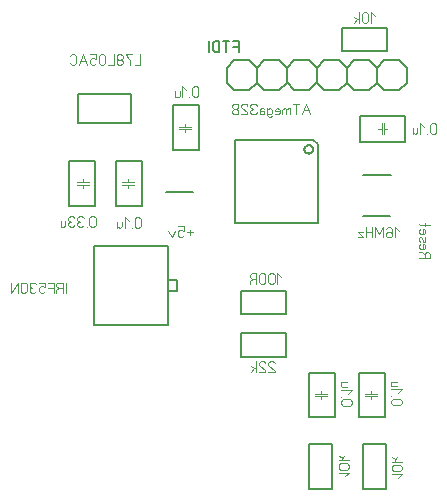
<source format=gbr>
%FSLAX34Y34*%
%MOMM*%
%LNSILK_BOTTOM*%
G71*
G01*
%ADD10C,0.111*%
%ADD11C,0.150*%
%ADD12C,0.200*%
%ADD13C,0.100*%
%ADD14C,0.159*%
%LPD*%
G54D10*
X385650Y59467D02*
X388983Y62801D01*
X380094Y62801D01*
G54D10*
X387316Y70578D02*
X381760Y70578D01*
X380650Y69911D01*
X380094Y68578D01*
X380094Y67244D01*
X380650Y65911D01*
X381760Y65244D01*
X387316Y65244D01*
X388427Y65911D01*
X388983Y67244D01*
X388983Y68578D01*
X388427Y69911D01*
X387316Y70578D01*
G54D10*
X380094Y73021D02*
X388983Y73021D01*
G54D10*
X383427Y75021D02*
X380094Y77021D01*
G54D10*
X382316Y73021D02*
X385094Y77021D01*
G54D10*
X340802Y60656D02*
X344136Y63990D01*
X335246Y63990D01*
G54D10*
X342469Y71767D02*
X336913Y71767D01*
X335802Y71100D01*
X335246Y69767D01*
X335246Y68434D01*
X335802Y67100D01*
X336913Y66434D01*
X342469Y66434D01*
X343580Y67100D01*
X344136Y68434D01*
X344136Y69767D01*
X343580Y71100D01*
X342469Y71767D01*
G54D10*
X335246Y74210D02*
X344136Y74210D01*
G54D10*
X338580Y76210D02*
X335246Y78210D01*
G54D10*
X337469Y74210D02*
X340246Y78210D01*
G54D10*
X387035Y126294D02*
X381480Y126294D01*
X380368Y125627D01*
X379813Y124294D01*
X379813Y122960D01*
X380368Y121627D01*
X381480Y120960D01*
X387035Y120960D01*
X388146Y121627D01*
X388702Y122960D01*
X388702Y124294D01*
X388146Y125627D01*
X387035Y126294D01*
G54D10*
X379813Y128737D02*
X379813Y128737D01*
G54D10*
X385368Y131181D02*
X388702Y134514D01*
X379813Y134514D01*
G54D10*
X384813Y140958D02*
X379813Y140958D01*
G54D10*
X380924Y140958D02*
X380035Y140292D01*
X379813Y138958D01*
X380035Y137625D01*
X380924Y136958D01*
X384813Y136958D01*
G54D10*
X344572Y125896D02*
X339016Y125896D01*
X337906Y125230D01*
X337350Y123896D01*
X337350Y122563D01*
X337906Y121230D01*
X339016Y120563D01*
X344572Y120563D01*
X345683Y121230D01*
X346239Y122563D01*
X346239Y123896D01*
X345683Y125230D01*
X344572Y125896D01*
G54D10*
X337350Y128340D02*
X337350Y128340D01*
G54D10*
X342906Y130784D02*
X346239Y134117D01*
X337350Y134117D01*
G54D10*
X342350Y140561D02*
X337350Y140561D01*
G54D10*
X338461Y140561D02*
X337572Y139894D01*
X337350Y138561D01*
X337572Y137228D01*
X338461Y136561D01*
X342350Y136561D01*
G54D11*
X355702Y49906D02*
X375702Y49906D01*
X375702Y87906D01*
X355702Y87906D01*
X355702Y49906D01*
G54D11*
X310061Y50303D02*
X330061Y50303D01*
X330061Y88303D01*
X310061Y88303D01*
X310061Y50303D01*
G54D12*
X309855Y110628D02*
X331855Y110628D01*
X331855Y148628D01*
X309855Y148628D01*
X309855Y110628D01*
G54D13*
X320161Y125931D02*
X320161Y128772D01*
X325161Y128772D01*
X315161Y128772D01*
G54D13*
X325161Y130772D02*
X315161Y130772D01*
G54D13*
X320161Y130772D02*
X320161Y133216D01*
G54D12*
X352718Y110628D02*
X374718Y110628D01*
X374718Y148628D01*
X352718Y148628D01*
X352718Y110628D01*
G54D13*
X363024Y125931D02*
X363024Y128772D01*
X368024Y128772D01*
X358024Y128772D01*
G54D13*
X368024Y130772D02*
X358024Y130772D01*
G54D13*
X363024Y130772D02*
X363024Y133216D01*
G54D12*
X240479Y406563D02*
X240479Y393863D01*
X246830Y387513D01*
X259530Y387513D01*
X265880Y393863D01*
X272230Y387513D01*
X284930Y387513D01*
X291280Y393863D01*
X291280Y406563D01*
X284930Y412913D01*
X272230Y412913D01*
X265880Y406563D01*
X259530Y412913D01*
X246830Y412913D01*
X240479Y406563D01*
G54D12*
X265880Y393863D02*
X265880Y406563D01*
G54D12*
X291280Y406563D02*
X297630Y412913D01*
X310330Y412913D01*
X316680Y406563D01*
X323030Y412913D01*
X335730Y412913D01*
X342080Y406563D01*
X348430Y412913D01*
X361130Y412913D01*
X367480Y406563D01*
X373830Y412913D01*
X386530Y412913D01*
X392880Y406563D01*
X392880Y393863D01*
X386530Y387513D01*
X373830Y387513D01*
X367480Y393863D01*
X367480Y406563D01*
G54D12*
X367480Y393863D02*
X361130Y387513D01*
X348430Y387513D01*
X342080Y393863D01*
X342080Y406563D01*
G54D12*
X342080Y393863D02*
X335730Y387513D01*
X323030Y387513D01*
X316680Y393863D01*
X316680Y406563D01*
G54D12*
X316680Y394260D02*
X310330Y387910D01*
X297630Y387910D01*
X291280Y394260D01*
G54D12*
X247464Y345279D02*
X247464Y275175D01*
X317568Y275175D01*
X317568Y341723D01*
X314012Y345279D01*
X247464Y345279D01*
G54D12*
X309364Y334128D02*
X309948Y334078D01*
X310533Y334128D01*
X311117Y334281D01*
X311650Y334509D01*
X312158Y334840D01*
X312590Y335246D01*
X312946Y335703D01*
X313225Y336211D01*
X313428Y336770D01*
X313530Y337354D01*
X313530Y337964D01*
X313428Y338548D01*
X313225Y339107D01*
X312946Y339615D01*
X312590Y340072D01*
X312158Y340478D01*
X311650Y340809D01*
X311117Y341037D01*
X310533Y341190D01*
X309948Y341240D01*
X309364Y341190D01*
X308780Y341037D01*
X308247Y340809D01*
X307739Y340478D01*
X307307Y340072D01*
X306951Y339615D01*
X306672Y339107D01*
X306469Y338548D01*
X306367Y337964D01*
X306367Y337354D01*
X306469Y336770D01*
X306672Y336211D01*
X306951Y335703D01*
X307307Y335246D01*
X307739Y334840D01*
X308247Y334509D01*
X308780Y334281D01*
X309364Y334128D01*
G54D14*
X250594Y420061D02*
X250594Y428950D01*
X245927Y428950D01*
G54D14*
X250594Y424506D02*
X245927Y424506D01*
G54D14*
X240149Y420061D02*
X240149Y428950D01*
G54D14*
X242816Y428950D02*
X237482Y428950D01*
G54D14*
X234372Y420061D02*
X234372Y428950D01*
X231038Y428950D01*
X229705Y428395D01*
X229038Y427283D01*
X229038Y421728D01*
X229705Y420617D01*
X231038Y420061D01*
X234372Y420061D01*
G54D14*
X225928Y420061D02*
X225928Y428950D01*
G54D12*
X353572Y365512D02*
X353572Y343512D01*
X391572Y343512D01*
X391572Y365512D01*
X353572Y365512D01*
G54D13*
X368875Y355205D02*
X371716Y355205D01*
X371716Y350205D01*
X371716Y360205D01*
G54D13*
X373716Y350205D02*
X373716Y360205D01*
G54D13*
X373716Y355205D02*
X376160Y355205D01*
G54D10*
X311246Y367257D02*
X307913Y376146D01*
X304580Y367257D01*
G54D10*
X309913Y370590D02*
X305913Y370590D01*
G54D10*
X299469Y367257D02*
X299469Y376146D01*
G54D10*
X302136Y376146D02*
X296802Y376146D01*
G54D10*
X294358Y367257D02*
X294358Y372257D01*
G54D10*
X294358Y371368D02*
X293025Y372257D01*
X291692Y371924D01*
X291025Y371146D01*
X291025Y367257D01*
G54D10*
X291025Y371368D02*
X289692Y372257D01*
X288358Y371924D01*
X287692Y371146D01*
X287692Y367257D01*
G54D10*
X281248Y367813D02*
X282314Y367257D01*
X283648Y367257D01*
X284981Y367813D01*
X285248Y368924D01*
X285248Y370813D01*
X284581Y371924D01*
X283248Y372257D01*
X281914Y371924D01*
X281248Y371146D01*
X281248Y370035D01*
X285248Y370035D01*
G54D10*
X278804Y365590D02*
X277470Y365035D01*
X276537Y365035D01*
X275204Y365590D01*
X274804Y366702D01*
X274804Y372257D01*
G54D10*
X274804Y370813D02*
X275470Y371924D01*
X276804Y372257D01*
X278137Y371924D01*
X278804Y370813D01*
X278804Y368590D01*
X278137Y367480D01*
X276804Y367257D01*
X275470Y367480D01*
X274804Y368590D01*
G54D10*
X272360Y371702D02*
X271026Y372257D01*
X269426Y372257D01*
X268360Y371146D01*
X268360Y367257D01*
G54D10*
X268360Y368924D02*
X269026Y370035D01*
X270360Y370257D01*
X271693Y370035D01*
X272360Y368924D01*
X272093Y367813D01*
X271026Y367257D01*
X270360Y367257D01*
X270093Y367257D01*
X269026Y367813D01*
X268360Y368924D01*
G54D10*
X265916Y374480D02*
X265249Y375590D01*
X263916Y376146D01*
X262582Y376146D01*
X261249Y375590D01*
X260582Y374480D01*
X260582Y373368D01*
X261249Y372257D01*
X262582Y371702D01*
X261249Y371146D01*
X260582Y370035D01*
X260582Y368924D01*
X261249Y367813D01*
X262582Y367257D01*
X263916Y367257D01*
X265249Y367813D01*
X265916Y368924D01*
G54D10*
X252805Y367257D02*
X258138Y367257D01*
X258138Y367813D01*
X257472Y368924D01*
X253472Y372257D01*
X252805Y373368D01*
X252805Y374480D01*
X253472Y375590D01*
X254805Y376146D01*
X256138Y376146D01*
X257472Y375590D01*
X258138Y374480D01*
G54D10*
X247028Y371702D02*
X248362Y371702D01*
X249695Y372257D01*
X250362Y373368D01*
X250362Y374480D01*
X249695Y375590D01*
X248362Y376146D01*
X247028Y376146D01*
X245695Y375590D01*
X245028Y374480D01*
X245028Y373368D01*
X245695Y372257D01*
X247028Y371702D01*
X245695Y371146D01*
X245028Y370035D01*
X245028Y368924D01*
X245695Y367813D01*
X247028Y367257D01*
X248362Y367257D01*
X249695Y367813D01*
X250362Y368924D01*
X250362Y370035D01*
X249695Y371146D01*
X248362Y371702D01*
G54D12*
X355796Y280979D02*
X378846Y280979D01*
G54D12*
X356192Y316301D02*
X379243Y316301D01*
G54D10*
X386373Y268528D02*
X383040Y271861D01*
X383040Y262972D01*
G54D10*
X375262Y270194D02*
X375929Y271305D01*
X377262Y271861D01*
X378596Y271861D01*
X379929Y271305D01*
X380596Y270194D01*
X380596Y267416D01*
X380596Y266861D01*
X378596Y267972D01*
X377262Y267972D01*
X375929Y267416D01*
X375262Y266305D01*
X375262Y264639D01*
X375929Y263528D01*
X377262Y262972D01*
X378596Y262972D01*
X379929Y263528D01*
X380596Y264639D01*
X380596Y267416D01*
G54D10*
X372819Y262972D02*
X372819Y271861D01*
X369486Y266305D01*
X366152Y271861D01*
X366152Y262972D01*
G54D10*
X363708Y262972D02*
X363708Y271861D01*
G54D10*
X358374Y262972D02*
X358374Y271861D01*
G54D10*
X363708Y267416D02*
X358374Y267416D01*
G54D10*
X355931Y267972D02*
X351931Y267972D01*
X355931Y262972D01*
X351931Y262972D01*
G54D10*
X412722Y358076D02*
X412722Y352520D01*
X413389Y351409D01*
X414722Y350854D01*
X416055Y350854D01*
X417389Y351409D01*
X418055Y352520D01*
X418055Y358076D01*
X417389Y359187D01*
X416055Y359742D01*
X414722Y359742D01*
X413389Y359187D01*
X412722Y358076D01*
G54D10*
X410278Y350854D02*
X410278Y350854D01*
G54D10*
X407834Y356409D02*
X404501Y359742D01*
X404501Y350854D01*
G54D10*
X398057Y355854D02*
X398057Y350854D01*
G54D10*
X398057Y351964D02*
X398724Y351076D01*
X400057Y350854D01*
X401391Y351076D01*
X402057Y351964D01*
X402057Y355854D01*
G54D10*
X366044Y450181D02*
X362711Y453514D01*
X362711Y444625D01*
G54D10*
X354934Y451847D02*
X354934Y446292D01*
X355600Y445181D01*
X356934Y444625D01*
X358268Y444625D01*
X359600Y445181D01*
X360268Y446292D01*
X360268Y451847D01*
X359600Y452958D01*
X358268Y453514D01*
X356934Y453514D01*
X355600Y452958D01*
X354934Y451847D01*
G54D10*
X352490Y444625D02*
X352490Y453514D01*
G54D10*
X350490Y447958D02*
X348490Y444625D01*
G54D10*
X352490Y446847D02*
X348490Y449625D01*
G54D10*
X408056Y247953D02*
X406944Y249953D01*
X405833Y250620D01*
X403611Y250620D01*
G54D10*
X403611Y245287D02*
X412500Y245287D01*
X412500Y248620D01*
X411944Y249953D01*
X410833Y250620D01*
X409722Y250620D01*
X408611Y249953D01*
X408056Y248620D01*
X408056Y245287D01*
G54D10*
X404166Y257064D02*
X403611Y255997D01*
X403611Y254664D01*
X404166Y253330D01*
X405278Y253064D01*
X407166Y253064D01*
X408278Y253730D01*
X408611Y255064D01*
X408278Y256397D01*
X407500Y257064D01*
X406389Y257064D01*
X406389Y253064D01*
G54D10*
X404166Y259508D02*
X403611Y260841D01*
X403611Y262174D01*
X404166Y263508D01*
X405278Y263508D01*
X405833Y262841D01*
X406389Y260174D01*
X406944Y259508D01*
X408056Y259508D01*
X408611Y260841D01*
X408611Y262174D01*
X408056Y263508D01*
G54D10*
X404166Y269952D02*
X403611Y268885D01*
X403611Y267552D01*
X404166Y266218D01*
X405278Y265952D01*
X407166Y265952D01*
X408278Y266618D01*
X408611Y267952D01*
X408278Y269285D01*
X407500Y269952D01*
X406389Y269952D01*
X406389Y265952D01*
G54D10*
X412500Y273729D02*
X404166Y273729D01*
X403611Y274396D01*
X403833Y275062D01*
G54D10*
X408611Y272396D02*
X408611Y275062D01*
G54D11*
X376069Y420687D02*
X376069Y440687D01*
X338069Y440687D01*
X338069Y420687D01*
X376069Y420687D01*
G54D12*
X194808Y336779D02*
X216808Y336779D01*
X216808Y374779D01*
X194808Y374779D01*
X194808Y336779D01*
G54D13*
X205114Y352082D02*
X205114Y354923D01*
X210114Y354923D01*
X200114Y354923D01*
G54D13*
X210114Y356923D02*
X200114Y356923D01*
G54D13*
X205114Y356923D02*
X205114Y359367D01*
G54D10*
X211273Y389277D02*
X211273Y383722D01*
X211940Y382610D01*
X213273Y382055D01*
X214606Y382055D01*
X215940Y382610D01*
X216606Y383722D01*
X216606Y389277D01*
X215940Y390388D01*
X214606Y390944D01*
X213273Y390944D01*
X211940Y390388D01*
X211273Y389277D01*
G54D10*
X208830Y382055D02*
X208830Y382055D01*
G54D10*
X206386Y387610D02*
X203052Y390944D01*
X203052Y382055D01*
G54D10*
X196608Y387055D02*
X196608Y382055D01*
G54D10*
X196608Y383166D02*
X197275Y382277D01*
X198608Y382055D01*
X199942Y382277D01*
X200608Y383166D01*
X200608Y387055D01*
G54D10*
X104172Y215978D02*
X104172Y224867D01*
G54D10*
X99061Y220422D02*
X97061Y219311D01*
X96394Y218200D01*
X96394Y215978D01*
G54D10*
X101728Y215978D02*
X101728Y224867D01*
X98394Y224867D01*
X97061Y224311D01*
X96394Y223200D01*
X96394Y222089D01*
X97061Y220978D01*
X98394Y220422D01*
X101728Y220422D01*
G54D10*
X93950Y215978D02*
X93950Y224867D01*
X89284Y224867D01*
G54D10*
X93950Y220422D02*
X89284Y220422D01*
G54D10*
X81506Y224867D02*
X86840Y224867D01*
X86840Y220978D01*
X86173Y220978D01*
X84840Y221534D01*
X83506Y221534D01*
X82173Y220978D01*
X81506Y219867D01*
X81506Y217645D01*
X82173Y216534D01*
X83506Y215978D01*
X84840Y215978D01*
X86173Y216534D01*
X86840Y217645D01*
G54D10*
X79062Y223200D02*
X78396Y224311D01*
X77062Y224867D01*
X75729Y224867D01*
X74396Y224311D01*
X73729Y223200D01*
X73729Y222089D01*
X74396Y220978D01*
X75729Y220422D01*
X74396Y219867D01*
X73729Y218756D01*
X73729Y217645D01*
X74396Y216534D01*
X75729Y215978D01*
X77062Y215978D01*
X78396Y216534D01*
X79062Y217645D01*
G54D10*
X65952Y223200D02*
X65952Y217645D01*
X66619Y216534D01*
X67952Y215978D01*
X69286Y215978D01*
X70619Y216534D01*
X71286Y217645D01*
X71286Y223200D01*
X70619Y224311D01*
X69286Y224867D01*
X67952Y224867D01*
X66619Y224311D01*
X65952Y223200D01*
G54D10*
X63508Y215978D02*
X63508Y224867D01*
X58175Y215978D01*
X58175Y224867D01*
G54D10*
X286792Y229326D02*
X283458Y232659D01*
X283458Y223770D01*
G54D10*
X275681Y230992D02*
X275681Y225437D01*
X276348Y224326D01*
X277681Y223770D01*
X279014Y223770D01*
X280348Y224326D01*
X281014Y225437D01*
X281014Y230992D01*
X280348Y232103D01*
X279014Y232659D01*
X277681Y232659D01*
X276348Y232103D01*
X275681Y230992D01*
G54D10*
X267904Y230992D02*
X267904Y225437D01*
X268571Y224326D01*
X269904Y223770D01*
X271238Y223770D01*
X272571Y224326D01*
X273238Y225437D01*
X273238Y230992D01*
X272571Y232103D01*
X271238Y232659D01*
X269904Y232659D01*
X268571Y232103D01*
X267904Y230992D01*
G54D10*
X262794Y228214D02*
X260794Y227103D01*
X260127Y225992D01*
X260127Y223770D01*
G54D10*
X265460Y223770D02*
X265460Y232659D01*
X262127Y232659D01*
X260794Y232103D01*
X260127Y230992D01*
X260127Y229881D01*
X260794Y228770D01*
X262127Y228214D01*
X265460Y228214D01*
G54D10*
X275676Y149288D02*
X281010Y149288D01*
X281010Y149844D01*
X280344Y150955D01*
X276344Y154288D01*
X275676Y155399D01*
X275676Y156510D01*
X276344Y157621D01*
X277676Y158177D01*
X279010Y158177D01*
X280344Y157621D01*
X281010Y156510D01*
G54D10*
X267900Y149288D02*
X273233Y149288D01*
X273233Y149844D01*
X272566Y150955D01*
X268566Y154288D01*
X267900Y155399D01*
X267900Y156510D01*
X268566Y157621D01*
X269900Y158177D01*
X271233Y158177D01*
X272566Y157621D01*
X273233Y156510D01*
G54D10*
X265456Y149288D02*
X265456Y158177D01*
G54D10*
X263456Y152621D02*
X261456Y149288D01*
G54D10*
X265456Y151510D02*
X261456Y154288D01*
G54D10*
X124296Y279258D02*
X124296Y273703D01*
X124963Y272592D01*
X126296Y272036D01*
X127630Y272036D01*
X128963Y272592D01*
X129630Y273703D01*
X129630Y279258D01*
X128963Y280370D01*
X127630Y280925D01*
X126296Y280925D01*
X124963Y280370D01*
X124296Y279258D01*
G54D10*
X121852Y272036D02*
X121852Y272036D01*
G54D10*
X119408Y279258D02*
X118742Y280370D01*
X117408Y280925D01*
X116075Y280925D01*
X114742Y280370D01*
X114075Y279258D01*
X114075Y278148D01*
X114742Y277036D01*
X116075Y276480D01*
X114742Y275925D01*
X114075Y274814D01*
X114075Y273703D01*
X114742Y272592D01*
X116075Y272036D01*
X117408Y272036D01*
X118742Y272592D01*
X119408Y273703D01*
G54D10*
X111632Y279258D02*
X110965Y280370D01*
X109632Y280925D01*
X108298Y280925D01*
X106965Y280370D01*
X106298Y279258D01*
X106298Y278148D01*
X106965Y277036D01*
X108298Y276480D01*
X106965Y275925D01*
X106298Y274814D01*
X106298Y273703D01*
X106965Y272592D01*
X108298Y272036D01*
X109632Y272036D01*
X110965Y272592D01*
X111632Y273703D01*
G54D10*
X99854Y277036D02*
X99854Y272036D01*
G54D10*
X99854Y273148D02*
X100521Y272258D01*
X101854Y272036D01*
X103188Y272258D01*
X103854Y273148D01*
X103854Y277036D01*
G54D10*
X162470Y278592D02*
X162470Y273036D01*
X163136Y271925D01*
X164470Y271370D01*
X165803Y271370D01*
X167136Y271925D01*
X167803Y273036D01*
X167803Y278592D01*
X167136Y279703D01*
X165803Y280258D01*
X164470Y280258D01*
X163136Y279703D01*
X162470Y278592D01*
G54D10*
X160026Y271370D02*
X160026Y271370D01*
G54D10*
X157582Y276925D02*
X154248Y280258D01*
X154248Y271370D01*
G54D10*
X147805Y276370D02*
X147805Y271370D01*
G54D10*
X147805Y272481D02*
X148472Y271592D01*
X149805Y271370D01*
X151138Y271592D01*
X151805Y272481D01*
X151805Y276370D01*
G54D11*
X252878Y197924D02*
X252878Y217924D01*
X290878Y217924D01*
X290878Y197924D01*
X252878Y197924D01*
G54D12*
X129336Y327861D02*
X107336Y327861D01*
X107336Y289861D01*
X129336Y289861D01*
X129336Y327861D01*
G54D13*
X119030Y312558D02*
X119030Y309717D01*
X114030Y309717D01*
X124030Y309717D01*
G54D13*
X114030Y307717D02*
X124030Y307717D01*
G54D13*
X119030Y307717D02*
X119030Y305273D01*
G54D12*
X146428Y327860D02*
X168428Y327860D01*
X168428Y289860D01*
X146428Y289860D01*
X146428Y327860D01*
G54D13*
X156734Y312557D02*
X156734Y309716D01*
X161734Y309716D01*
X151734Y309716D01*
G54D13*
X161734Y307716D02*
X151734Y307716D01*
G54D13*
X156734Y307716D02*
X156734Y305273D01*
G54D12*
X190764Y255987D02*
X190764Y188487D01*
X128264Y188487D01*
X128264Y255987D01*
G54D12*
X190764Y255987D02*
X128264Y255987D01*
G54D12*
X191164Y227287D02*
X198664Y227287D01*
X198664Y217287D01*
X191164Y217287D01*
G54D11*
X252879Y162206D02*
X252879Y182206D01*
X290879Y182206D01*
X290879Y162206D01*
X252879Y162206D01*
G54D10*
X212101Y267340D02*
X206768Y267340D01*
G54D10*
X209434Y269562D02*
X209434Y265118D01*
G54D10*
X198990Y272340D02*
X204324Y272340D01*
X204324Y268451D01*
X203658Y268451D01*
X202324Y269007D01*
X200990Y269007D01*
X199658Y268451D01*
X198990Y267340D01*
X198990Y265118D01*
X199658Y264007D01*
X200990Y263451D01*
X202324Y263451D01*
X203658Y264007D01*
X204324Y265118D01*
G54D10*
X196547Y268451D02*
X193880Y263451D01*
X191214Y268451D01*
G54D12*
X159241Y359976D02*
X159241Y384576D01*
X114741Y384576D01*
X114741Y359976D01*
X159241Y359976D01*
G54D10*
X167486Y417933D02*
X167486Y409044D01*
X162820Y409044D01*
G54D10*
X160376Y417933D02*
X155042Y417933D01*
X155709Y416822D01*
X157042Y415155D01*
X158376Y412933D01*
X159042Y411266D01*
X159042Y409044D01*
G54D10*
X149265Y413488D02*
X150598Y413488D01*
X151932Y414044D01*
X152598Y415155D01*
X152598Y416266D01*
X151932Y417378D01*
X150598Y417933D01*
X149265Y417933D01*
X147932Y417378D01*
X147265Y416266D01*
X147265Y415155D01*
X147932Y414044D01*
X149265Y413488D01*
X147932Y412933D01*
X147265Y411822D01*
X147265Y410710D01*
X147932Y409600D01*
X149265Y409044D01*
X150598Y409044D01*
X151932Y409600D01*
X152598Y410710D01*
X152598Y411822D01*
X151932Y412933D01*
X150598Y413488D01*
G54D10*
X144822Y417933D02*
X144822Y409044D01*
X140155Y409044D01*
G54D10*
X132377Y416266D02*
X132377Y410710D01*
X133044Y409600D01*
X134377Y409044D01*
X135710Y409044D01*
X137044Y409600D01*
X137710Y410710D01*
X137710Y416266D01*
X137044Y417378D01*
X135710Y417933D01*
X134377Y417933D01*
X133044Y417378D01*
X132377Y416266D01*
G54D10*
X124600Y417933D02*
X129934Y417933D01*
X129934Y414044D01*
X129267Y414044D01*
X127934Y414600D01*
X126600Y414600D01*
X125267Y414044D01*
X124600Y412933D01*
X124600Y410710D01*
X125267Y409600D01*
X126600Y409044D01*
X127934Y409044D01*
X129267Y409600D01*
X129934Y410710D01*
G54D10*
X122156Y409044D02*
X118823Y417933D01*
X115490Y409044D01*
G54D10*
X120823Y412378D02*
X116823Y412378D01*
G54D10*
X107712Y410710D02*
X108379Y409600D01*
X109712Y409044D01*
X111046Y409044D01*
X112379Y409600D01*
X113046Y410710D01*
X113046Y416266D01*
X112379Y417378D01*
X111046Y417933D01*
X109712Y417933D01*
X108379Y417378D01*
X107712Y416266D01*
G54D12*
X189108Y301616D02*
X212158Y301616D01*
M02*

</source>
